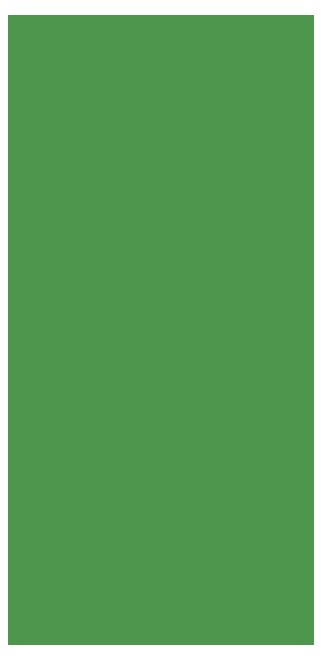
<source format=gbr>
G04 DipTrace Beta 2.9.0.1*
G04 Board.gbr*
%MOMM*%
G04 #@! TF.FileFunction,Drawing,Board polygon*
G04 #@! TF.Part,Single*
%FSLAX35Y35*%
G04*
G71*
G90*
G75*
G01*
G04 BoardPoly*
%LPD*%
G36*
X0Y5334000D2*
X2590800D1*
Y0D1*
X0D1*
Y5334000D1*
G37*
M02*

</source>
